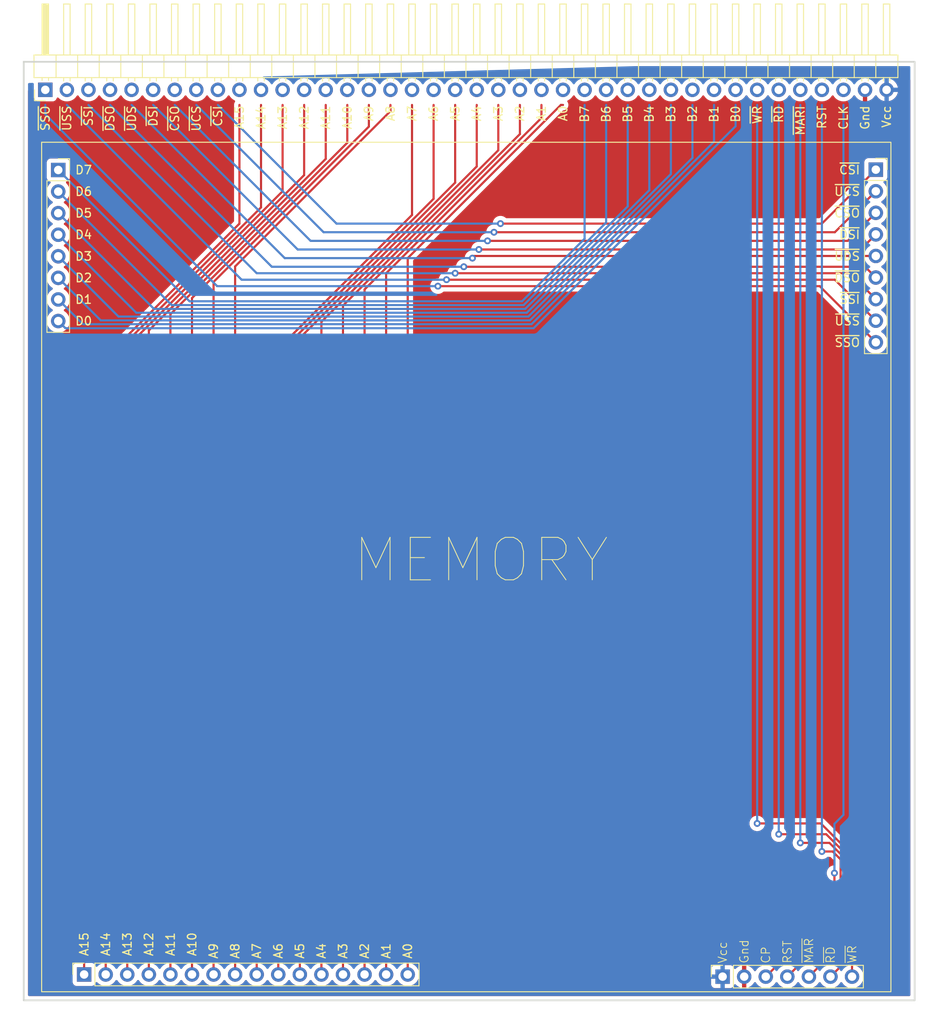
<source format=kicad_pcb>
(kicad_pcb (version 20211014) (generator pcbnew)
  (layers (0 "F.Cu" signal) (31 "B.Cu" signal) (34 "B.Paste" user) (35 "F.Paste" user) (36 "B.SilkS" user "B.Silkscreen") (37 "F.SilkS" user "F.Silkscreen") (38 "B.Mask" user) (39 "F.Mask" user) (44 "Edge.Cuts" user))
  (net 0 "")
  (net 1 "VCC")
  (net 2 "GND")
  (net 3 "CLOCK")
  (net 4 "RESET")
  (net 5 "~{LATCH_MAR}")
  (net 6 "~{READ}")
  (net 7 "~{WRITE}")
  (net 8 "BUS7")
  (net 9 "BUS6")
  (net 10 "BUS5")
  (net 11 "BUS4")
  (net 12 "BUS3")
  (net 13 "BUS2")
  (net 14 "BUS1")
  (net 15 "BUS0")
  (net 16 "~{ASSERT_STACK_SEG}")
  (net 17 "~{EN_STACK_SEG}")
  (net 18 "~{LATCH_STACK_SEG}")
  (net 19 "~{ASSERT_DATA_SEG}")
  (net 20 "~{EN_DATA_SEG}")
  (net 21 "~{LATCH_DATA_SEG}")
  (net 22 "~{ASSERT_CODE_SEG}")
  (net 23 "~{EN_CODE_SEG}")
  (net 24 "~{LATCH_CODE_SEG}")
  (net 25 "A0")
  (net 26 "A1")
  (net 27 "A2")
  (net 28 "A3")
  (net 29 "A4")
  (net 30 "A5")
  (net 31 "A6")
  (net 32 "A7")
  (net 33 "A8")
  (net 34 "A9")
  (net 35 "A10")
  (net 36 "A11")
  (net 37 "A12")
  (net 38 "A13")
  (net 39 "A14")
  (net 40 "A15")
  (footprint "Connector_PinSocket_2.54mm:PinSocket_1x09_P2.54mm_Vertical" (layer "F.Cu") (at 187.706 48.26)
    (fp_text reference "J5" hide)
    (fp_text value "Conn_01x09" hide)
    (pad "1" thru_hole rect locked (at 0 0) (size 1.7 1.7) (drill 1) (layers *.Cu *.Mask) (net 24 "~{LATCH_CODE_SEG}"))
    (pad "2" thru_hole oval locked (at 0 2.54) (size 1.7 1.7) (drill 1) (layers *.Cu *.Mask) (net 23 "~{EN_CODE_SEG}"))
    (pad "3" thru_hole oval locked (at 0 5.08) (size 1.7 1.7) (drill 1) (layers *.Cu *.Mask) (net 22 "~{ASSERT_CODE_SEG}"))
    (pad "4" thru_hole oval locked (at 0 7.62) (size 1.7 1.7) (drill 1) (layers *.Cu *.Mask) (net 21 "~{LATCH_DATA_SEG}"))
    (pad "5" thru_hole oval locked (at 0 10.16) (size 1.7 1.7) (drill 1) (layers *.Cu *.Mask) (net 20 "~{EN_DATA_SEG}"))
    (pad "6" thru_hole oval locked (at 0 12.7) (size 1.7 1.7) (drill 1) (layers *.Cu *.Mask) (net 19 "~{ASSERT_DATA_SEG}"))
    (pad "7" thru_hole oval locked (at 0 15.24) (size 1.7 1.7) (drill 1) (layers *.Cu *.Mask) (net 18 "~{LATCH_STACK_SEG}"))
    (pad "8" thru_hole oval locked (at 0 17.78) (size 1.7 1.7) (drill 1) (layers *.Cu *.Mask) (net 17 "~{EN_STACK_SEG}"))
    (pad "9" thru_hole oval locked (at 0 20.32) (size 1.7 1.7) (drill 1) (layers *.Cu *.Mask) (net 16 "~{ASSERT_STACK_SEG}"))
  )
  (footprint "Connector_PinSocket_2.54mm:PinSocket_1x08_P2.54mm_Vertical" (layer "F.Cu") (at 91.44 48.298)
    (fp_text reference "J2" hide)
    (fp_text value "Conn_01x08" hide)
    (pad "1" thru_hole rect locked (at 0 0) (size 1.7 1.7) (drill 1) (layers *.Cu *.Mask) (net 8 "BUS7"))
    (pad "2" thru_hole oval locked (at 0 2.54) (size 1.7 1.7) (drill 1) (layers *.Cu *.Mask) (net 9 "BUS6"))
    (pad "3" thru_hole oval locked (at 0 5.08) (size 1.7 1.7) (drill 1) (layers *.Cu *.Mask) (net 10 "BUS5"))
    (pad "4" thru_hole oval locked (at 0 7.62) (size 1.7 1.7) (drill 1) (layers *.Cu *.Mask) (net 11 "BUS4"))
    (pad "5" thru_hole oval locked (at 0 10.16) (size 1.7 1.7) (drill 1) (layers *.Cu *.Mask) (net 12 "BUS3"))
    (pad "6" thru_hole oval locked (at 0 12.7) (size 1.7 1.7) (drill 1) (layers *.Cu *.Mask) (net 13 "BUS2"))
    (pad "7" thru_hole oval locked (at 0 15.24) (size 1.7 1.7) (drill 1) (layers *.Cu *.Mask) (net 14 "BUS1"))
    (pad "8" thru_hole oval locked (at 0 17.78) (size 1.7 1.7) (drill 1) (layers *.Cu *.Mask) (net 15 "BUS0"))
  )
  (footprint "Connector_PinSocket_2.54mm:PinSocket_1x07_P2.54mm_Vertical" (layer "F.Cu") (at 169.667 143.256 90)
    (fp_text reference "J1" hide)
    (fp_text value "Conn_01x07" hide)
    (pad "1" thru_hole rect locked (at 0 0 90) (size 1.7 1.7) (drill 1) (layers *.Cu *.Mask) (net 1 "VCC"))
    (pad "2" thru_hole oval locked (at 0 2.54 90) (size 1.7 1.7) (drill 1) (layers *.Cu *.Mask) (net 2 "GND"))
    (pad "3" thru_hole oval locked (at 0 5.08 90) (size 1.7 1.7) (drill 1) (layers *.Cu *.Mask) (net 3 "CLOCK"))
    (pad "4" thru_hole oval locked (at 0 7.62 90) (size 1.7 1.7) (drill 1) (layers *.Cu *.Mask) (net 4 "RESET"))
    (pad "5" thru_hole oval locked (at 0 10.16 90) (size 1.7 1.7) (drill 1) (layers *.Cu *.Mask) (net 5 "~{LATCH_MAR}"))
    (pad "6" thru_hole oval locked (at 0 12.7 90) (size 1.7 1.7) (drill 1) (layers *.Cu *.Mask) (net 6 "~{READ}"))
    (pad "7" thru_hole oval locked (at 0 15.24 90) (size 1.7 1.7) (drill 1) (layers *.Cu *.Mask) (net 7 "~{WRITE}"))
  )
  (footprint "Connector_PinSocket_2.54mm:PinSocket_1x16_P2.54mm_Vertical" (layer "F.Cu") (at 94.488 143.002 90)
    (fp_text reference "J4" hide)
    (fp_text value "Conn_01x16" hide)
    (pad "1" thru_hole rect locked (at 0 0 90) (size 1.7 1.7) (drill 1) (layers *.Cu *.Mask) (net 40 "A15"))
    (pad "2" thru_hole oval locked (at 0 2.54 90) (size 1.7 1.7) (drill 1) (layers *.Cu *.Mask) (net 39 "A14"))
    (pad "3" thru_hole oval locked (at 0 5.08 90) (size 1.7 1.7) (drill 1) (layers *.Cu *.Mask) (net 38 "A13"))
    (pad "4" thru_hole oval locked (at 0 7.62 90) (size 1.7 1.7) (drill 1) (layers *.Cu *.Mask) (net 37 "A12"))
    (pad "5" thru_hole oval locked (at 0 10.16 90) (size 1.7 1.7) (drill 1) (layers *.Cu *.Mask) (net 36 "A11"))
    (pad "6" thru_hole oval locked (at 0 12.7 90) (size 1.7 1.7) (drill 1) (layers *.Cu *.Mask) (net 35 "A10"))
    (pad "7" thru_hole oval locked (at 0 15.24 90) (size 1.7 1.7) (drill 1) (layers *.Cu *.Mask) (net 34 "A9"))
    (pad "8" thru_hole oval locked (at 0 17.78 90) (size 1.7 1.7) (drill 1) (layers *.Cu *.Mask) (net 33 "A8"))
    (pad "9" thru_hole oval locked (at 0 20.32 90) (size 1.7 1.7) (drill 1) (layers *.Cu *.Mask) (net 32 "A7"))
    (pad "10" thru_hole oval locked (at 0 22.86 90) (size 1.7 1.7) (drill 1) (layers *.Cu *.Mask) (net 31 "A6"))
    (pad "11" thru_hole oval locked (at 0 25.4 90) (size 1.7 1.7) (drill 1) (layers *.Cu *.Mask) (net 30 "A5"))
    (pad "12" thru_hole oval locked (at 0 27.94 90) (size 1.7 1.7) (drill 1) (layers *.Cu *.Mask) (net 29 "A4"))
    (pad "13" thru_hole oval locked (at 0 30.48 90) (size 1.7 1.7) (drill 1) (layers *.Cu *.Mask) (net 28 "A3"))
    (pad "14" thru_hole oval locked (at 0 33.02 90) (size 1.7 1.7) (drill 1) (layers *.Cu *.Mask) (net 27 "A2"))
    (pad "15" thru_hole oval locked (at 0 35.56 90) (size 1.7 1.7) (drill 1) (layers *.Cu *.Mask) (net 26 "A1"))
    (pad "16" thru_hole oval locked (at 0 38.1 90) (size 1.7 1.7) (drill 1) (layers *.Cu *.Mask) (net 25 "A0"))
  )
  (footprint "Connector_PinHeader_2.54mm:PinHeader_1x40_P2.54mm_Horizontal" (layer "F.Cu") (at 89.916 38.862 90)
    (fp_text reference "J3" hide)
    (fp_text value "Conn_01x40" hide)
    (pad "1" thru_hole rect locked (at 0 0 90) (size 1.7 1.7) (drill 1) (layers *.Cu *.Mask) (net 16 "~{ASSERT_STACK_SEG}"))
    (pad "2" thru_hole oval locked (at 0 2.54 90) (size 1.7 1.7) (drill 1) (layers *.Cu *.Mask) (net 17 "~{EN_STACK_SEG}"))
    (pad "3" thru_hole oval locked (at 0 5.08 90) (size 1.7 1.7) (drill 1) (layers *.Cu *.Mask) (net 18 "~{LATCH_STACK_SEG}"))
    (pad "4" thru_hole oval locked (at 0 7.62 90) (size 1.7 1.7) (drill 1) (layers *.Cu *.Mask) (net 19 "~{ASSERT_DATA_SEG}"))
    (pad "5" thru_hole oval locked (at 0 10.16 90) (size 1.7 1.7) (drill 1) (layers *.Cu *.Mask) (net 20 "~{EN_DATA_SEG}"))
    (pad "6" thru_hole oval locked (at 0 12.7 90) (size 1.7 1.7) (drill 1) (layers *.Cu *.Mask) (net 21 "~{LATCH_DATA_SEG}"))
    (pad "7" thru_hole oval locked (at 0 15.24 90) (size 1.7 1.7) (drill 1) (layers *.Cu *.Mask) (net 22 "~{ASSERT_CODE_SEG}"))
    (pad "8" thru_hole oval locked (at 0 17.78 90) (size 1.7 1.7) (drill 1) (layers *.Cu *.Mask) (net 23 "~{EN_CODE_SEG}"))
    (pad "9" thru_hole oval locked (at 0 20.32 90) (size 1.7 1.7) (drill 1) (layers *.Cu *.Mask) (net 24 "~{LATCH_CODE_SEG}"))
    (pad "10" thru_hole oval locked (at 0 22.86 90) (size 1.7 1.7) (drill 1) (layers *.Cu *.Mask) (net 40 "A15"))
    (pad "11" thru_hole oval locked (at 0 25.4 90) (size 1.7 1.7) (drill 1) (layers *.Cu *.Mask) (net 39 "A14"))
    (pad "12" thru_hole oval locked (at 0 27.94 90) (size 1.7 1.7) (drill 1) (layers *.Cu *.Mask) (net 38 "A13"))
    (pad "13" thru_hole oval locked (at 0 30.48 90) (size 1.7 1.7) (drill 1) (layers *.Cu *.Mask) (net 37 "A12"))
    (pad "14" thru_hole oval locked (at 0 33.02 90) (size 1.7 1.7) (drill 1) (layers *.Cu *.Mask) (net 36 "A11"))
    (pad "15" thru_hole oval locked (at 0 35.56 90) (size 1.7 1.7) (drill 1) (layers *.Cu *.Mask) (net 35 "A10"))
    (pad "16" thru_hole oval locked (at 0 38.1 90) (size 1.7 1.7) (drill 1) (layers *.Cu *.Mask) (net 34 "A9"))
    (pad "17" thru_hole oval locked (at 0 40.64 90) (size 1.7 1.7) (drill 1) (layers *.Cu *.Mask) (net 33 "A8"))
    (pad "18" thru_hole oval locked (at 0 43.18 90) (size 1.7 1.7) (drill 1) (layers *.Cu *.Mask) (net 32 "A7"))
    (pad "19" thru_hole oval locked (at 0 45.72 90) (size 1.7 1.7) (drill 1) (layers *.Cu *.Mask) (net 31 "A6"))
    (pad "20" thru_hole oval locked (at 0 48.26 90) (size 1.7 1.7) (drill 1) (layers *.Cu *.Mask) (net 30 "A5"))
    (pad "21" thru_hole oval locked (at 0 50.8 90) (size 1.7 1.7) (drill 1) (layers *.Cu *.Mask) (net 29 "A4"))
    (pad "22" thru_hole oval locked (at 0 53.34 90) (size 1.7 1.7) (drill 1) (layers *.Cu *.Mask) (net 28 "A3"))
    (pad "23" thru_hole oval locked (at 0 55.88 90) (size 1.7 1.7) (drill 1) (layers *.Cu *.Mask) (net 27 "A2"))
    (pad "24" thru_hole oval locked (at 0 58.42 90) (size 1.7 1.7) (drill 1) (layers *.Cu *.Mask) (net 26 "A1"))
    (pad "25" thru_hole oval locked (at 0 60.96 90) (size 1.7 1.7) (drill 1) (layers *.Cu *.Mask) (net 25 "A0"))
    (pad "26" thru_hole oval locked (at 0 63.5 90) (size 1.7 1.7) (drill 1) (layers *.Cu *.Mask) (net 8 "BUS7"))
    (pad "27" thru_hole oval locked (at 0 66.04 90) (size 1.7 1.7) (drill 1) (layers *.Cu *.Mask) (net 9 "BUS6"))
    (pad "28" thru_hole oval locked (at 0 68.58 90) (size 1.7 1.7) (drill 1) (layers *.Cu *.Mask) (net 10 "BUS5"))
    (pad "29" thru_hole oval locked (at 0 71.12 90) (size 1.7 1.7) (drill 1) (layers *.Cu *.Mask) (net 11 "BUS4"))
    (pad "30" thru_hole oval locked (at 0 73.66 90) (size 1.7 1.7) (drill 1) (layers *.Cu *.Mask) (net 12 "BUS3"))
    (pad "31" thru_hole oval locked (at 0 76.2 90) (size 1.7 1.7) (drill 1) (layers *.Cu *.Mask) (net 13 "BUS2"))
    (pad "32" thru_hole oval locked (at 0 78.74 90) (size 1.7 1.7) (drill 1) (layers *.Cu *.Mask) (net 14 "BUS1"))
    (pad "33" thru_hole oval locked (at 0 81.28 90) (size 1.7 1.7) (drill 1) (layers *.Cu *.Mask) (net 15 "BUS0"))
    (pad "34" thru_hole oval locked (at 0 83.82 90) (size 1.7 1.7) (drill 1) (layers *.Cu *.Mask) (net 7 "~{WRITE}"))
    (pad "35" thru_hole oval locked (at 0 86.36 90) (size 1.7 1.7) (drill 1) (layers *.Cu *.Mask) (net 6 "~{READ}"))
    (pad "36" thru_hole oval locked (at 0 88.9 90) (size 1.7 1.7) (drill 1) (layers *.Cu *.Mask) (net 5 "~{LATCH_MAR}"))
    (pad "37" thru_hole oval locked (at 0 91.44 90) (size 1.7 1.7) (drill 1) (layers *.Cu *.Mask) (net 4 "RESET"))
    (pad "38" thru_hole oval locked (at 0 93.98 90) (size 1.7 1.7) (drill 1) (layers *.Cu *.Mask) (net 3 "CLOCK"))
    (pad "39" thru_hole oval locked (at 0 96.52 90) (size 1.7 1.7) (drill 1) (layers *.Cu *.Mask) (net 2 "GND"))
    (pad "40" thru_hole oval locked (at 0 99.06 90) (size 1.7 1.7) (drill 1) (layers *.Cu *.Mask) (net 1 "VCC"))
  )
  (gr_rect (start 89.484 45.034) (end 189.484 145.034) (layer "F.SilkS") (width 0.12) (fill none))
  (gr_rect (start 192.278 35.56) (end 87.376 146.05) (layer "Edge.Cuts") (width 0.2) (fill none))
  (gr_text "~{UCS}" (at 185.928 50.838) (layer "F.SilkS") (effects (font (size 1 1)) (justify right)))
  (gr_text "~{DSI}" (at 102.616 40.64 90) (layer "F.SilkS") (effects (font (size 1 1)) (justify right)))
  (gr_text "~{SSI}" (at 185.928 63.538) (layer "F.SilkS") (effects (font (size 1 1)) (justify right)))
  (gr_text "Gnd" (at 172.212 141.77 90) (layer "F.SilkS") (effects (font (size 1 1) (thickness 0.1)) (justify left)))
  (gr_text "A10" (at 125.476 40.64 90) (layer "F.SilkS") (effects (font (size 1 1)) (justify right)))
  (gr_text "CLK" (at 183.896 40.64 90) (layer "F.SilkS") (effects (font (size 1 1)) (justify right)))
  (gr_text "D3" (at 95.504 58.458) (layer "F.SilkS") (effects (font (size 1 1)) (justify right)))
  (gr_text "D2" (at 95.504 60.998) (layer "F.SilkS") (effects (font (size 1 1)) (justify right)))
  (gr_text "~{USS}" (at 92.456 40.64 90) (layer "F.SilkS") (effects (font (size 1 1)) (justify right)))
  (gr_text "~{UCS}" (at 107.696 40.64 90) (layer "F.SilkS") (effects (font (size 1 1)) (justify right)))
  (gr_text "A9" (at 109.728 139.23 90) (layer "F.SilkS") (effects (font (size 1 1)) (justify right)))
  (gr_text "A1" (at 130.048 139.23 90) (layer "F.SilkS") (effects (font (size 1 1)) (justify right)))
  (gr_text "A15" (at 94.488 137.96 90) (layer "F.SilkS") (effects (font (size 1 1)) (justify right)))
  (gr_text "A3" (at 124.968 139.23 90) (layer "F.SilkS") (effects (font (size 1 1)) (justify right)))
  (gr_text "~{WR}" (at 184.912 141.77 90) (layer "F.SilkS") (effects (font (size 1 1) (thickness 0.1)) (justify left)))
  (gr_text "A1" (at 148.336 40.64 90) (layer "F.SilkS") (effects (font (size 1 1)) (justify right)))
  (gr_text "A2" (at 127.508 139.23 90) (layer "F.SilkS") (effects (font (size 1 1)) (justify right)))
  (gr_text "A8" (at 112.268 139.23 90) (layer "F.SilkS") (effects (font (size 1 1)) (justify right)))
  (gr_text "RST" (at 177.292 141.77 90) (layer "F.SilkS") (effects (font (size 1 1) (thickness 0.1)) (justify left)))
  (gr_text "A14" (at 97.028 137.96 90) (layer "F.SilkS") (effects (font (size 1 1)) (justify right)))
  (gr_text "A0" (at 150.876 40.64 90) (layer "F.SilkS") (effects (font (size 1 1)) (justify right)))
  (gr_text "A11" (at 104.648 137.96 90) (layer "F.SilkS") (effects (font (size 1 1)) (justify right)))
  (gr_text "A7" (at 133.096 40.64 90) (layer "F.SilkS") (effects (font (size 1 1)) (justify right)))
  (gr_text "B1" (at 168.656 40.64 90) (layer "F.SilkS") (effects (font (size 1 1)) (justify right)))
  (gr_text "A5" (at 119.888 139.23 90) (layer "F.SilkS") (effects (font (size 1 1)) (justify right)))
  (gr_text "A10" (at 107.188 137.96 90) (layer "F.SilkS") (effects (font (size 1 1)) (justify right)))
  (gr_text "~{RD}" (at 182.372 141.77 90) (layer "F.SilkS") (effects (font (size 1 1) (thickness 0.1)) (justify left)))
  (gr_text "~{USS}" (at 185.928 66.078) (layer "F.SilkS") (effects (font (size 1 1)) (justify right)))
  (gr_text "B5" (at 158.496 40.64 90) (layer "F.SilkS") (effects (font (size 1 1)) (justify right)))
  (gr_text "A5" (at 138.176 40.64 90) (layer "F.SilkS") (effects (font (size 1 1)) (justify right)))
  (gr_text "B7" (at 153.416 40.64 90) (layer "F.SilkS") (effects (font (size 1 1)) (justify right)))
  (gr_text "Vcc" (at 188.976 40.64 90) (layer "F.SilkS") (effects (font (size 1 1)) (justify right)))
  (gr_text "~{CSI}" (at 110.236 40.64 90) (layer "F.SilkS") (effects (font (size 1 1)) (justify right)))
  (gr_text "~{SSI}" (at 94.996 40.64 90) (layer "F.SilkS") (effects (font (size 1 1)) (justify right)))
  (gr_text "~{SSO}" (at 185.928 68.618) (layer "F.SilkS") (effects (font (size 1 1)) (justify right)))
  (gr_text "A12" (at 102.108 137.96 90) (layer "F.SilkS") (effects (font (size 1 1)) (justify right)))
  (gr_text "~{UDS}" (at 185.928 58.458) (layer "F.SilkS") (effects (font (size 1 1)) (justify right)))
  (gr_text "A0" (at 132.588 139.23 90) (layer "F.SilkS") (effects (font (size 1 1)) (justify right)))
  (gr_text "A11" (at 122.936 40.64 90) (layer "F.SilkS") (effects (font (size 1 1)) (justify right)))
  (gr_text "Gnd" (at 186.436 40.64 90) (layer "F.SilkS") (effects (font (size 1 1)) (justify right)))
  (gr_text "Vcc" (at 169.672 141.77 90) (layer "F.SilkS") (effects (font (size 1 1) (thickness 0.1)) (justify left)))
  (gr_text "A7" (at 114.808 139.23 90) (layer "F.SilkS") (effects (font (size 1 1)) (justify right)))
  (gr_text "A12" (at 120.396 40.64 90) (layer "F.SilkS") (effects (font (size 1 1)) (justify right)))
  (gr_text "A4" (at 122.428 139.23 90) (layer "F.SilkS") (effects (font (size 1 1)) (justify right)))
  (gr_text "D1" (at 95.504 63.538) (layer "F.SilkS") (effects (font (size 1 1)) (justify right)))
  (gr_text "~{MAR}" (at 179.832 141.77 90) (layer "F.SilkS") (effects (font (size 1 1) (thickness 0.1)) (justify left)))
  (gr_text "A13" (at 117.856 40.64 90) (layer "F.SilkS") (effects (font (size 1 1)) (justify right)))
  (gr_text "A13" (at 99.568 137.96 90) (layer "F.SilkS") (effects (font (size 1 1)) (justify right)))
  (gr_text "~{CSO}" (at 185.928 53.378) (layer "F.SilkS") (effects (font (size 1 1)) (justify right)))
  (gr_text "A9" (at 128.016 40.64 90) (layer "F.SilkS") (effects (font (size 1 1)) (justify right)))
  (gr_text "~{DSI}" (at 185.928 55.918) (layer "F.SilkS") (effects (font (size 1 1)) (justify right)))
  (gr_text "~{MARI}" (at 178.816 40.64 90) (layer "F.SilkS") (effects (font (size 1 1)) (justify right)))
  (gr_text "A6" (at 117.348 139.23 90) (layer "F.SilkS") (effects (font (size 1 1)) (justify right)))
  (gr_text "~{WR}" (at 173.736 40.64 90) (layer "F.SilkS") (effects (font (size 1 1)) (justify right)))
  (gr_text "RST" (at 181.356 40.64 90) (layer "F.SilkS") (effects (font (size 1 1)) (justify right)))
  (gr_text "D4" (at 95.504 55.918) (layer "F.SilkS") (effects (font (size 1 1)) (justify right)))
  (gr_text "D5" (at 95.504 53.378) (layer "F.SilkS") (effects (font (size 1 1)) (justify right)))
  (gr_text "A4" (at 140.716 40.64 90) (layer "F.SilkS") (effects (font (size 1 1)) (justify right)))
  (gr_text "~{SSO}" (at 89.916 40.64 90) (layer "F.SilkS") (effects (font (size 1 1)) (justify right)))
  (gr_text "CP" (at 174.752 141.77 90) (layer "F.SilkS") (effects (font (size 1 1) (thickness 0.1)) (justify left)))
  (gr_text "~{RD}" (at 176.276 40.64 90) (layer "F.SilkS") (effects (font (size 1 1)) (justify right)))
  (gr_text "A8" (at 130.556 40.64 90) (layer "F.SilkS") (effects (font (size 1 1)) (justify right)))
  (gr_text "MEMORY" (at 141.224 94.234) (layer "F.SilkS") (effects (font (size 5 5) (thickness 0.1))))
  (gr_text "A3" (at 143.256 40.64 90) (layer "F.SilkS") (effects (font (size 1 1)) (justify right)))
  (gr_text "D0" (at 95.504 66.078) (layer "F.SilkS") (effects (font (size 1 1)) (justify right)))
  (gr_text "D7" (at 95.504 48.298) (layer "F.SilkS") (effects (font (size 1 1)) (justify right)))
  (gr_text "~{CSO}" (at 105.156 40.64 90) (layer "F.SilkS") (effects (font (size 1 1)) (justify right)))
  (gr_text "D6" (at 95.504 50.838) (layer "F.SilkS") (effects (font (size 1 1)) (justify right)))
  (gr_text "~{UDS}" (at 100.076 40.64 90) (layer "F.SilkS") (effects (font (size 1 1)) (justify right)))
  (gr_text "A2" (at 145.796 40.64 90) (layer "F.SilkS") (effects (font (size 1 1)) (justify right)))
  (gr_text "B0" (at 171.196 40.64 90) (layer "F.SilkS") (effects (font (size 1 1)) (justify right)))
  (gr_text "B4" (at 161.036 40.64 90) (layer "F.SilkS") (effects (font (size 1 1)) (justify right)))
  (gr_text "~{CSI}" (at 185.928 48.298) (layer "F.SilkS") (effects (font (size 1 1)) (justify right)))
  (gr_text "~{DSO}" (at 97.536 40.64 90) (layer "F.SilkS") (effects (font (size 1 1)) (justify right)))
  (gr_text "~{DSO}" (at 185.928 60.998) (layer "F.SilkS") (effects (font (size 1 1)) (justify right)))
  (gr_text "A14" (at 115.316 40.64 90) (layer "F.SilkS") (effects (font (size 1 1)) (justify right)))
  (gr_text "B2" (at 166.116 40.64 90) (layer "F.SilkS") (effects (font (size 1 1)) (justify right)))
  (gr_text "A6" (at 135.636 40.64 90) (layer "F.SilkS") (effects (font (size 1 1)) (justify right)))
  (gr_text "B3" (at 163.576 40.64 90) (layer "F.SilkS") (effects (font (size 1 1)) (justify right)))
  (gr_text "B6" (at 155.956 40.64 90) (layer "F.SilkS") (effects (font (size 1 1)) (justify right)))
  (gr_text "A15" (at 112.776 40.64 90) (layer "F.SilkS") (effects (font (size 1 1)) (justify right)))
  (segment (start 174.752 143.256) (end 182.833967 135.174033) (width 0.25) (layer "F.Cu") (net 3))
  (segment (start 174.747 143.256) (end 174.752 143.256) (width 0.25) (layer "F.Cu") (net 3))
  (segment (start 182.833967 135.174033) (end 182.833967 131.064) (width 0.25) (layer "F.Cu") (net 3))
  (via (at 182.833967 131.064) (size 0.8) (drill 0.4) (layers "F.Cu" "B.Cu") (net 3))
  (segment (start 183.896 124.206) (end 182.833967 125.268033) (width 0.25) (layer "B.Cu") (net 3))
  (segment (start 183.896 40.64) (end 183.896 124.206) (width 0.25) (layer "B.Cu") (net 3))
  (segment (start 182.833967 125.268033) (end 182.833967 131.064) (width 0.25) (layer "B.Cu") (net 3))
  (segment (start 182.625998 128.523998) (end 181.356 128.523998) (width 0.25) (layer "F.Cu") (net 4))
  (segment (start 177.287 143.256) (end 183.558467 136.984533) (width 0.25) (layer "F.Cu") (net 4))
  (segment (start 183.558467 129.456467) (end 182.625998 128.523998) (width 0.25) (layer "F.Cu") (net 4))
  (segment (start 183.558467 136.984533) (end 183.558467 129.456467) (width 0.25) (layer "F.Cu") (net 4))
  (via (at 181.356 128.523998) (size 0.8) (drill 0.4) (layers "F.Cu" "B.Cu") (net 4))
  (segment (start 181.356 40.64) (end 181.356 128.523998) (width 0.25) (layer "B.Cu") (net 4))
  (segment (start 182.245704 127.508) (end 178.816 127.508) (width 0.25) (layer "F.Cu") (net 5))
  (segment (start 179.827 143.256) (end 184.007978 139.075022) (width 0.25) (layer "F.Cu") (net 5))
  (segment (start 184.007978 139.075022) (end 184.007978 129.270274) (width 0.25) (layer "F.Cu") (net 5))
  (segment (start 184.007978 129.270274) (end 182.245704 127.508) (width 0.25) (layer "F.Cu") (net 5))
  (via (at 178.816 127.508) (size 0.8) (drill 0.4) (layers "F.Cu" "B.Cu") (net 5))
  (segment (start 178.816 40.64) (end 178.816 127.508) (width 0.25) (layer "B.Cu") (net 5))
  (segment (start 184.457489 129.084081) (end 181.865408 126.492) (width 0.25) (layer "F.Cu") (net 6))
  (segment (start 181.865408 126.492) (end 176.276 126.492) (width 0.25) (layer "F.Cu") (net 6))
  (segment (start 182.367 143.256) (end 184.457489 141.165511) (width 0.25) (layer "F.Cu") (net 6))
  (segment (start 184.457489 141.165511) (end 184.457489 129.084081) (width 0.25) (layer "F.Cu") (net 6))
  (via (at 176.276 126.492) (size 0.8) (drill 0.4) (layers "F.Cu" "B.Cu") (net 6))
  (segment (start 176.276 40.64) (end 176.276 126.492) (width 0.25) (layer "B.Cu") (net 6))
  (segment (start 181.231112 125.222) (end 173.736 125.222) (width 0.25) (layer "F.Cu") (net 7))
  (segment (start 184.907 143.256) (end 184.907 128.897888) (width 0.25) (layer "F.Cu") (net 7))
  (segment (start 184.907 128.897888) (end 181.231112 125.222) (width 0.25) (layer "F.Cu") (net 7))
  (via (at 173.736 125.222) (size 0.8) (drill 0.4) (layers "F.Cu" "B.Cu") (net 7))
  (segment (start 173.736 40.64) (end 173.736 125.222) (width 0.25) (layer "B.Cu") (net 7))
  (segment (start 153.416 56.388) (end 153.416 40.64) (width 0.25) (layer "B.Cu") (net 8))
  (segment (start 146.05 63.754) (end 153.416 56.388) (width 0.25) (layer "B.Cu") (net 8))
  (segment (start 91.44 48.298) (end 106.896 63.754) (width 0.25) (layer "B.Cu") (net 8))
  (segment (start 106.896 63.754) (end 146.05 63.754) (width 0.25) (layer "B.Cu") (net 8))
  (segment (start 104.80551 64.20351) (end 146.236194 64.20351) (width 0.25) (layer "B.Cu") (net 9))
  (segment (start 146.236194 64.20351) (end 155.956 54.483704) (width 0.25) (layer "B.Cu") (net 9))
  (segment (start 155.956 54.483704) (end 155.956 40.64) (width 0.25) (layer "B.Cu") (net 9))
  (segment (start 91.44 50.838) (end 104.80551 64.20351) (width 0.25) (layer "B.Cu") (net 9))
  (segment (start 158.496 52.579408) (end 158.496 40.64) (width 0.25) (layer "B.Cu") (net 10))
  (segment (start 146.422388 64.65302) (end 158.496 52.579408) (width 0.25) (layer "B.Cu") (net 10))
  (segment (start 91.44 53.378) (end 102.71502 64.65302) (width 0.25) (layer "B.Cu") (net 10))
  (segment (start 102.71502 64.65302) (end 146.422388 64.65302) (width 0.25) (layer "B.Cu") (net 10))
  (segment (start 161.036 50.675112) (end 161.036 40.64) (width 0.25) (layer "B.Cu") (net 11))
  (segment (start 91.44 55.918) (end 100.62453 65.10253) (width 0.25) (layer "B.Cu") (net 11))
  (segment (start 100.62453 65.10253) (end 146.608582 65.10253) (width 0.25) (layer "B.Cu") (net 11))
  (segment (start 146.608582 65.10253) (end 161.036 50.675112) (width 0.25) (layer "B.Cu") (net 11))
  (segment (start 98.53404 65.55204) (end 146.794776 65.55204) (width 0.25) (layer "B.Cu") (net 12))
  (segment (start 163.576 48.770816) (end 163.576 40.64) (width 0.25) (layer "B.Cu") (net 12))
  (segment (start 91.44 58.458) (end 98.53404 65.55204) (width 0.25) (layer "B.Cu") (net 12))
  (segment (start 146.794776 65.55204) (end 163.576 48.770816) (width 0.25) (layer "B.Cu") (net 12))
  (segment (start 146.98097 66.00155) (end 166.116 46.86652) (width 0.25) (layer "B.Cu") (net 13))
  (segment (start 166.116 46.86652) (end 166.116 40.64) (width 0.25) (layer "B.Cu") (net 13))
  (segment (start 91.44 60.998) (end 96.44355 66.00155) (width 0.25) (layer "B.Cu") (net 13))
  (segment (start 96.44355 66.00155) (end 146.98097 66.00155) (width 0.25) (layer "B.Cu") (net 13))
  (segment (start 147.167164 66.45106) (end 168.656 44.962224) (width 0.25) (layer "B.Cu") (net 14))
  (segment (start 94.35306 66.45106) (end 147.167164 66.45106) (width 0.25) (layer "B.Cu") (net 14))
  (segment (start 168.656 44.962224) (end 168.656 40.64) (width 0.25) (layer "B.Cu") (net 14))
  (segment (start 91.44 63.538) (end 94.35306 66.45106) (width 0.25) (layer "B.Cu") (net 14))
  (segment (start 171.196 43.141902) (end 171.196 40.64) (width 0.25) (layer "B.Cu") (net 15))
  (segment (start 91.44 66.078) (end 92.29 66.928) (width 0.25) (layer "B.Cu") (net 15))
  (segment (start 147.409902 66.928) (end 171.196 43.141902) (width 0.25) (layer "B.Cu") (net 15))
  (segment (start 92.29 66.928) (end 147.409902 66.928) (width 0.25) (layer "B.Cu") (net 15))
  (segment (start 187.706 68.58) (end 181.102 61.976) (width 0.25) (layer "F.Cu") (net 16))
  (segment (start 181.102 61.976) (end 136.144 61.976) (width 0.25) (layer "F.Cu") (net 16))
  (via (at 136.144 61.976) (size 0.8) (drill 0.4) (layers "F.Cu" "B.Cu") (net 16))
  (segment (start 89.916 40.64) (end 89.916 41.74) (width 0.25) (layer "B.Cu") (net 16))
  (segment (start 110.152 61.976) (end 136.144 61.976) (width 0.25) (layer "B.Cu") (net 16))
  (segment (start 89.916 41.74) (end 110.152 61.976) (width 0.25) (layer "B.Cu") (net 16))
  (segment (start 187.706 66.04) (end 182.88 61.214) (width 0.25) (layer "F.Cu") (net 17))
  (segment (start 182.88 61.214) (end 137.16 61.214) (width 0.25) (layer "F.Cu") (net 17))
  (via (at 137.16 61.214) (size 0.8) (drill 0.4) (layers "F.Cu" "B.Cu") (net 17))
  (segment (start 113.03 61.214) (end 137.16 61.214) (width 0.25) (layer "B.Cu") (net 17))
  (segment (start 92.456 40.64) (end 113.03 61.214) (width 0.25) (layer "B.Cu") (net 17))
  (segment (start 187.706 63.5) (end 184.658 60.452) (width 0.25) (layer "F.Cu") (net 18))
  (segment (start 184.658 60.452) (end 138.176 60.452) (width 0.25) (layer "F.Cu") (net 18))
  (via (at 138.176 60.452) (size 0.8) (drill 0.4) (layers "F.Cu" "B.Cu") (net 18))
  (segment (start 114.808 60.452) (end 138.176 60.452) (width 0.25) (layer "B.Cu") (net 18))
  (segment (start 94.996 40.64) (end 114.808 60.452) (width 0.25) (layer "B.Cu") (net 18))
  (segment (start 186.436 59.69) (end 139.192 59.69) (width 0.25) (layer "F.Cu") (net 19))
  (segment (start 187.706 60.96) (end 186.436 59.69) (width 0.25) (layer "F.Cu") (net 19))
  (via (at 139.192 59.69) (size 0.8) (drill 0.4) (layers "F.Cu" "B.Cu") (net 19))
  (segment (start 116.586 59.69) (end 139.192 59.69) (width 0.25) (layer "B.Cu") (net 19))
  (segment (start 97.536 40.64) (end 116.586 59.69) (width 0.25) (layer "B.Cu") (net 19))
  (segment (start 140.462 58.42) (end 140.208 58.674) (width 0.25) (layer "F.Cu") (net 20))
  (segment (start 187.706 58.42) (end 140.462 58.42) (width 0.25) (layer "F.Cu") (net 20))
  (via (at 140.208 58.674) (size 0.8) (drill 0.4) (layers "F.Cu" "B.Cu") (net 20))
  (segment (start 118.11 58.674) (end 140.208 58.674) (width 0.25) (layer "B.Cu") (net 20))
  (segment (start 100.076 40.64) (end 118.11 58.674) (width 0.25) (layer "B.Cu") (net 20))
  (segment (start 187.706 55.88) (end 185.928 57.658) (width 0.25) (layer "F.Cu") (net 21))
  (segment (start 185.928 57.658) (end 140.97 57.658) (width 0.25) (layer "F.Cu") (net 21))
  (via (at 140.97 57.658) (size 0.8) (drill 0.4) (layers "F.Cu" "B.Cu") (net 21))
  (segment (start 119.634 57.658) (end 140.97 57.658) (width 0.25) (layer "B.Cu") (net 21))
  (segment (start 102.616 40.64) (end 119.634 57.658) (width 0.25) (layer "B.Cu") (net 21))
  (segment (start 187.706 53.34) (end 184.404 56.642) (width 0.25) (layer "F.Cu") (net 22))
  (segment (start 184.404 56.642) (end 141.986 56.642) (width 0.25) (layer "F.Cu") (net 22))
  (via (at 141.986 56.642) (size 0.8) (drill 0.4) (layers "F.Cu" "B.Cu") (net 22))
  (segment (start 121.158 56.642) (end 141.986 56.642) (width 0.25) (layer "B.Cu") (net 22))
  (segment (start 105.156 40.64) (end 121.158 56.642) (width 0.25) (layer "B.Cu") (net 22))
  (segment (start 187.706 50.8) (end 182.88 55.626) (width 0.25) (layer "F.Cu") (net 23))
  (segment (start 182.88 55.626) (end 142.748 55.626) (width 0.25) (layer "F.Cu") (net 23))
  (via (at 142.748 55.626) (size 0.8) (drill 0.4) (layers "F.Cu" "B.Cu") (net 23))
  (segment (start 122.682 55.626) (end 142.748 55.626) (width 0.25) (layer "B.Cu") (net 23))
  (segment (start 107.696 40.64) (end 122.682 55.626) (width 0.25) (layer "B.Cu") (net 23))
  (segment (start 187.706 48.26) (end 181.356 54.61) (width 0.25) (layer "F.Cu") (net 24))
  (segment (start 181.356 54.61) (end 143.51 54.61) (width 0.25) (layer "F.Cu") (net 24))
  (via (at 143.51 54.61) (size 0.8) (drill 0.4) (layers "F.Cu" "B.Cu") (net 24))
  (segment (start 110.236 40.64) (end 124.206 54.61) (width 0.25) (layer "B.Cu") (net 24))
  (segment (start 124.206 54.61) (end 143.51 54.61) (width 0.25) (layer "B.Cu") (net 24))
  (segment (start 132.588 143.002) (end 132.588 58.674) (width 0.25) (layer "F.Cu") (net 25))
  (segment (start 132.588 58.674) (end 150.622 40.64) (width 0.25) (layer "F.Cu") (net 25))
  (segment (start 150.622 40.64) (end 150.876 40.64) (width 0.25) (layer "F.Cu") (net 25))
  (segment (start 130.048 143.002) (end 130.048 60.456224) (width 0.25) (layer "F.Cu") (net 26))
  (segment (start 130.048 60.456224) (end 148.336 42.168224) (width 0.25) (layer "F.Cu") (net 26))
  (segment (start 148.336 42.168224) (end 148.336 40.64) (width 0.25) (layer "F.Cu") (net 26))
  (segment (start 127.508 143.002) (end 127.508 62.36052) (width 0.25) (layer "F.Cu") (net 27))
  (segment (start 145.796 44.07252) (end 145.796 40.64) (width 0.25) (layer "F.Cu") (net 27))
  (segment (start 127.508 62.36052) (end 145.796 44.07252) (width 0.25) (layer "F.Cu") (net 27))
  (segment (start 124.968 64.264816) (end 143.256 45.976816) (width 0.25) (layer "F.Cu") (net 28))
  (segment (start 143.256 45.976816) (end 143.256 40.64) (width 0.25) (layer "F.Cu") (net 28))
  (segment (start 124.968 143.002) (end 124.968 64.264816) (width 0.25) (layer "F.Cu") (net 28))
  (segment (start 122.428 143.002) (end 122.428 66.169112) (width 0.25) (layer "F.Cu") (net 29))
  (segment (start 140.716 47.881112) (end 140.716 40.64) (width 0.25) (layer "F.Cu") (net 29))
  (segment (start 122.428 66.169112) (end 140.716 47.881112) (width 0.25) (layer "F.Cu") (net 29))
  (segment (start 119.888 143.002) (end 119.888 68.073408) (width 0.25) (layer "F.Cu") (net 30))
  (segment (start 138.176 49.785408) (end 138.176 40.64) (width 0.25) (layer "F.Cu") (net 30))
  (segment (start 119.888 68.073408) (end 138.176 49.785408) (width 0.25) (layer "F.Cu") (net 30))
  (segment (start 135.636 51.689704) (end 135.636 40.64) (width 0.25) (layer "F.Cu") (net 31))
  (segment (start 117.348 143.002) (end 117.348 69.977704) (width 0.25) (layer "F.Cu") (net 31))
  (segment (start 117.348 69.977704) (end 135.636 51.689704) (width 0.25) (layer "F.Cu") (net 31))
  (segment (start 114.808 143.002) (end 114.808 71.882) (width 0.25) (layer "F.Cu") (net 32))
  (segment (start 114.808 71.882) (end 133.096 53.594) (width 0.25) (layer "F.Cu") (net 32))
  (segment (start 133.096 53.594) (end 133.096 40.64) (width 0.25) (layer "F.Cu") (net 32))
  (segment (start 130.556 41.363901) (end 130.556 40.64) (width 0.25) (layer "F.Cu") (net 33))
  (segment (start 112.268 143.002) (end 112.268 59.651901) (width 0.25) (layer "F.Cu") (net 33))
  (segment (start 112.268 59.651901) (end 130.556 41.363901) (width 0.25) (layer "F.Cu") (net 33))
  (segment (start 109.728 61.472224) (end 128.016 43.184224) (width 0.25) (layer "F.Cu") (net 34))
  (segment (start 109.728 143.002) (end 109.728 61.472224) (width 0.25) (layer "F.Cu") (net 34))
  (segment (start 128.016 43.184224) (end 128.016 40.64) (width 0.25) (layer "F.Cu") (net 34))
  (segment (start 107.188 63.37652) (end 125.476 45.08852) (width 0.25) (layer "F.Cu") (net 35))
  (segment (start 107.188 143.002) (end 107.188 63.37652) (width 0.25) (layer "F.Cu") (net 35))
  (segment (start 125.476 45.08852) (end 125.476 40.64) (width 0.25) (layer "F.Cu") (net 35))
  (segment (start 104.648 65.280816) (end 122.936 46.992816) (width 0.25) (layer "F.Cu") (net 36))
  (segment (start 104.648 143.002) (end 104.648 65.280816) (width 0.25) (layer "F.Cu") (net 36))
  (segment (start 122.936 46.992816) (end 122.936 40.64) (width 0.25) (layer "F.Cu") (net 36))
  (segment (start 120.396 48.897112) (end 120.396 40.64) (width 0.25) (layer "F.Cu") (net 37))
  (segment (start 102.108 143.002) (end 102.108 67.185112) (width 0.25) (layer "F.Cu") (net 37))
  (segment (start 102.108 67.185112) (end 120.396 48.897112) (width 0.25) (layer "F.Cu") (net 37))
  (segment (start 99.568 143.002) (end 99.568 69.089408) (width 0.25) (layer "F.Cu") (net 38))
  (segment (start 99.568 69.089408) (end 117.856 50.801408) (width 0.25) (layer "F.Cu") (net 38))
  (segment (start 117.856 50.801408) (end 117.856 40.64) (width 0.25) (layer "F.Cu") (net 38))
  (segment (start 97.028 143.002) (end 97.028 70.993704) (width 0.25) (layer "F.Cu") (net 39))
  (segment (start 97.028 70.993704) (end 115.316 52.705704) (width 0.25) (layer "F.Cu") (net 39))
  (segment (start 115.316 52.705704) (end 115.316 40.64) (width 0.25) (layer "F.Cu") (net 39))
  (segment (start 94.488 143.002) (end 94.488 72.898) (width 0.25) (layer "F.Cu") (net 40))
  (segment (start 94.488 72.898) (end 112.776 54.61) (width 0.25) (layer "F.Cu") (net 40))
  (segment (start 112.776 54.61) (end 112.776 40.64) (width 0.25) (layer "F.Cu") (net 40))
  (zone (net 2) (net_name "GND") (layer "F.Cu") (connect_pads (clearance 0.508)) (min_thickness 0.254) (fill yes (thermal_gap 0.508) (thermal_bridge_width 0.508))
    (polygon (pts (xy 193.802 147.066) (xy 86.614 147.32) (xy 87.122 38.862) (xy 193.548 37.592)))
  )
  (zone (net 1) (net_name "VCC") (layer "B.Cu") (connect_pads (clearance 0.508)) (min_thickness 0.254) (fill yes (thermal_gap 0.508) (thermal_bridge_width 0.508))
    (polygon (pts (xy 195.834 148.082) (xy 84.582 148.844) (xy 86.36 38.1) (xy 196.088 35.052)))
  )
)
</source>
